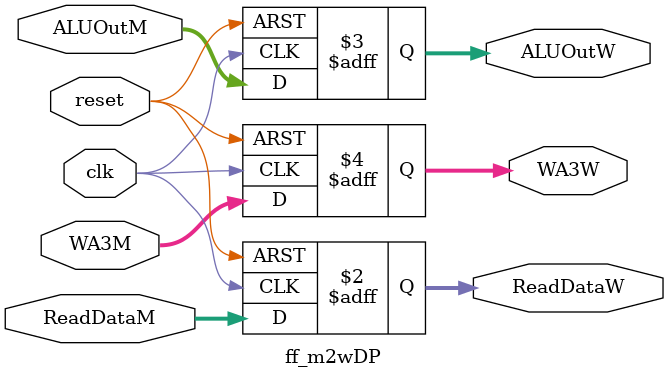
<source format=sv>
module ff_m2wDP(input logic clk, reset,
                input logic [31:0] ReadDataM, ALUOutM,
                input logic [3:0] WA3M,
                output logic [31:0] ReadDataW, ALUOutW,
                output logic [3:0] WA3W);
    always_ff @(posedge clk, posedge reset) begin
        if (reset) begin
            ReadDataW <= 32'b0;
            ALUOutW <= 32'b0;
            WA3W <= 4'b0;
        end else begin
            ReadDataW <= ReadDataM;
            ALUOutW <= ALUOutM;
            WA3W <= WA3M;
        end
    end
    
endmodule
</source>
